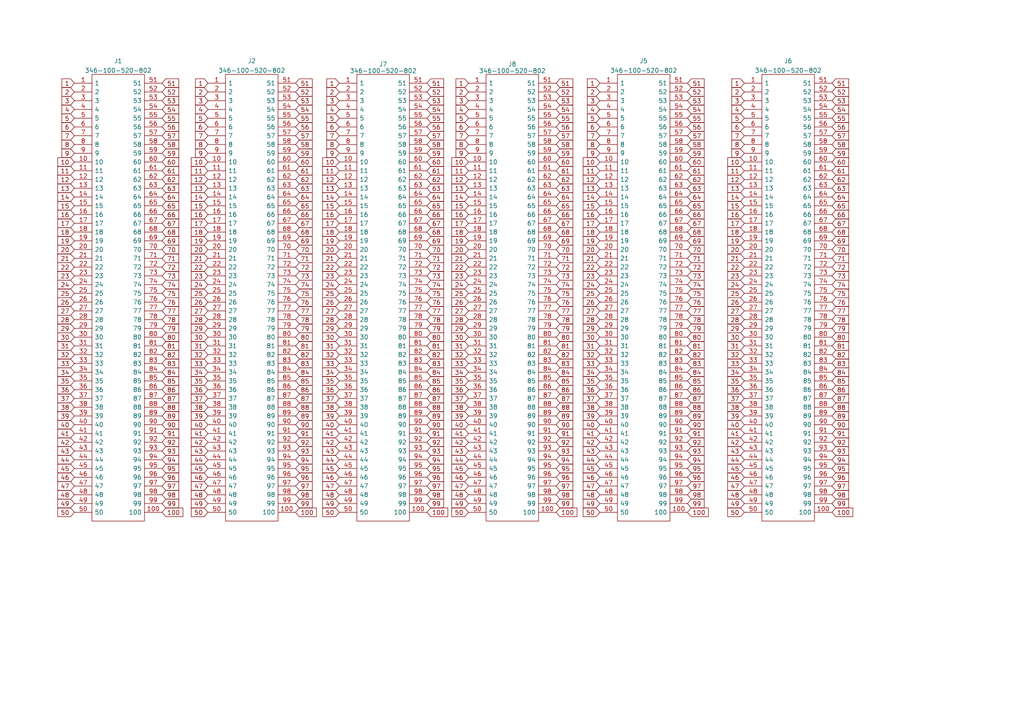
<source format=kicad_sch>
(kicad_sch (version 20230121) (generator eeschema)
  (paper "A4")
  (global_label "93" (shape input) (at 85.725 130.81 0) (property "Intersheetrefs" "${INTERSHEET_REFS}" (effects hide)))
  (global_label "73" (shape input) (at 46.99 80.01 0) (property "Intersheetrefs" "${INTERSHEET_REFS}" (effects hide)))
  (global_label "49" (shape input) (at 21.59 146.05 180) (property "Intersheetrefs" "${INTERSHEET_REFS}" (effects hide)))
  (global_label "40" (shape input) (at 60.325 123.19 180) (property "Intersheetrefs" "${INTERSHEET_REFS}" (effects hide)))
  (global_label "10" (shape input) (at 135.89 46.99 180) (property "Intersheetrefs" "${INTERSHEET_REFS}" (effects hide)))
  (global_label "96" (shape input) (at 85.725 138.43 0) (property "Intersheetrefs" "${INTERSHEET_REFS}" (effects hide)))
  (global_label "94" (shape input) (at 199.39 133.35 0) (property "Intersheetrefs" "${INTERSHEET_REFS}" (effects hide)))
  (global_label "40" (shape input) (at 21.59 123.19 180) (property "Intersheetrefs" "${INTERSHEET_REFS}" (effects hide)))
  (global_label "14" (shape input) (at 173.99 57.15 180) (property "Intersheetrefs" "${INTERSHEET_REFS}" (effects hide)))
  (global_label "68" (shape input) (at 85.725 67.31 0) (property "Intersheetrefs" "${INTERSHEET_REFS}" (effects hide)))
  (global_label "57" (shape input) (at 161.29 39.37 0) (property "Intersheetrefs" "${INTERSHEET_REFS}" (effects hide)))
  (global_label "97" (shape input) (at 46.99 140.97 0) (property "Intersheetrefs" "${INTERSHEET_REFS}" (effects hide)))
  (global_label "100" (shape input) (at 85.725 148.59 0) (property "Intersheetrefs" "${INTERSHEET_REFS}" (effects hide)))
  (global_label "86" (shape input) (at 46.99 113.03 0) (property "Intersheetrefs" "${INTERSHEET_REFS}" (effects hide)))
  (global_label "22" (shape input) (at 135.89 77.47 180) (property "Intersheetrefs" "${INTERSHEET_REFS}" (effects hide)))
  (global_label "36" (shape input) (at 215.9 113.03 180) (property "Intersheetrefs" "${INTERSHEET_REFS}" (effects hide)))
  (global_label "64" (shape input) (at 241.3 57.15 0) (property "Intersheetrefs" "${INTERSHEET_REFS}" (effects hide)))
  (global_label "87" (shape input) (at 241.3 115.57 0) (property "Intersheetrefs" "${INTERSHEET_REFS}" (effects hide)))
  (global_label "85" (shape input) (at 241.3 110.49 0) (property "Intersheetrefs" "${INTERSHEET_REFS}" (effects hide)))
  (global_label "44" (shape input) (at 173.99 133.35 180) (property "Intersheetrefs" "${INTERSHEET_REFS}" (effects hide)))
  (global_label "81" (shape input) (at 46.99 100.33 0) (property "Intersheetrefs" "${INTERSHEET_REFS}" (effects hide)))
  (global_label "22" (shape input) (at 21.59 77.47 180) (property "Intersheetrefs" "${INTERSHEET_REFS}" (effects hide)))
  (global_label "70" (shape input) (at 123.825 72.39 0) (property "Intersheetrefs" "${INTERSHEET_REFS}" (effects hide)))
  (global_label "21" (shape input) (at 98.425 74.93 180) (property "Intersheetrefs" "${INTERSHEET_REFS}" (effects hide)))
  (global_label "92" (shape input) (at 161.29 128.27 0) (property "Intersheetrefs" "${INTERSHEET_REFS}" (effects hide)))
  (global_label "99" (shape input) (at 123.825 146.05 0) (property "Intersheetrefs" "${INTERSHEET_REFS}" (effects hide)))
  (global_label "43" (shape input) (at 21.59 130.81 180) (property "Intersheetrefs" "${INTERSHEET_REFS}" (effects hide)))
  (global_label "77" (shape input) (at 199.39 90.17 0) (property "Intersheetrefs" "${INTERSHEET_REFS}" (effects hide)))
  (global_label "33" (shape input) (at 173.99 105.41 180) (property "Intersheetrefs" "${INTERSHEET_REFS}" (effects hide)))
  (global_label "2" (shape input) (at 98.425 26.67 180) (property "Intersheetrefs" "${INTERSHEET_REFS}" (effects hide)))
  (global_label "82" (shape input) (at 123.825 102.87 0) (property "Intersheetrefs" "${INTERSHEET_REFS}" (effects hide)))
  (global_label "60" (shape input) (at 161.29 46.99 0) (property "Intersheetrefs" "${INTERSHEET_REFS}" (effects hide)))
  (global_label "14" (shape input) (at 60.325 57.15 180) (property "Intersheetrefs" "${INTERSHEET_REFS}" (effects hide)))
  (global_label "38" (shape input) (at 135.89 118.11 180) (property "Intersheetrefs" "${INTERSHEET_REFS}" (effects hide)))
  (global_label "95" (shape input) (at 46.99 135.89 0) (property "Intersheetrefs" "${INTERSHEET_REFS}" (effects hide)))
  (global_label "38" (shape input) (at 215.9 118.11 180) (property "Intersheetrefs" "${INTERSHEET_REFS}" (effects hide)))
  (global_label "81" (shape input) (at 161.29 100.33 0) (property "Intersheetrefs" "${INTERSHEET_REFS}" (effects hide)))
  (global_label "15" (shape input) (at 215.9 59.69 180) (property "Intersheetrefs" "${INTERSHEET_REFS}" (effects hide)))
  (global_label "45" (shape input) (at 98.425 135.89 180) (property "Intersheetrefs" "${INTERSHEET_REFS}" (effects hide)))
  (global_label "80" (shape input) (at 199.39 97.79 0) (property "Intersheetrefs" "${INTERSHEET_REFS}" (effects hide)))
  (global_label "87" (shape input) (at 46.99 115.57 0) (property "Intersheetrefs" "${INTERSHEET_REFS}" (effects hide)))
  (global_label "60" (shape input) (at 85.725 46.99 0) (property "Intersheetrefs" "${INTERSHEET_REFS}" (effects hide)))
  (global_label "52" (shape input) (at 85.725 26.67 0) (property "Intersheetrefs" "${INTERSHEET_REFS}" (effects hide)))
  (global_label "76" (shape input) (at 241.3 87.63 0) (property "Intersheetrefs" "${INTERSHEET_REFS}" (effects hide)))
  (global_label "44" (shape input) (at 135.89 133.35 180) (property "Intersheetrefs" "${INTERSHEET_REFS}" (effects hide)))
  (global_label "84" (shape input) (at 46.99 107.95 0) (property "Intersheetrefs" "${INTERSHEET_REFS}" (effects hide)))
  (global_label "71" (shape input) (at 123.825 74.93 0) (property "Intersheetrefs" "${INTERSHEET_REFS}" (effects hide)))
  (global_label "54" (shape input) (at 85.725 31.75 0) (property "Intersheetrefs" "${INTERSHEET_REFS}" (effects hide)))
  (global_label "47" (shape input) (at 135.89 140.97 180) (property "Intersheetrefs" "${INTERSHEET_REFS}" (effects hide)))
  (global_label "2" (shape input) (at 135.89 26.67 180) (property "Intersheetrefs" "${INTERSHEET_REFS}" (effects hide)))
  (global_label "93" (shape input) (at 46.99 130.81 0) (property "Intersheetrefs" "${INTERSHEET_REFS}" (effects hide)))
  (global_label "5" (shape input) (at 135.89 34.29 180) (property "Intersheetrefs" "${INTERSHEET_REFS}" (effects hide)))
  (global_label "40" (shape input) (at 215.9 123.19 180) (property "Intersheetrefs" "${INTERSHEET_REFS}" (effects hide)))
  (global_label "89" (shape input) (at 85.725 120.65 0) (property "Intersheetrefs" "${INTERSHEET_REFS}" (effects hide)))
  (global_label "86" (shape input) (at 85.725 113.03 0) (property "Intersheetrefs" "${INTERSHEET_REFS}" (effects hide)))
  (global_label "23" (shape input) (at 215.9 80.01 180) (property "Intersheetrefs" "${INTERSHEET_REFS}" (effects hide)))
  (global_label "99" (shape input) (at 241.3 146.05 0) (property "Intersheetrefs" "${INTERSHEET_REFS}" (effects hide)))
  (global_label "98" (shape input) (at 161.29 143.51 0) (property "Intersheetrefs" "${INTERSHEET_REFS}" (effects hide)))
  (global_label "22" (shape input) (at 173.99 77.47 180) (property "Intersheetrefs" "${INTERSHEET_REFS}" (effects hide)))
  (global_label "30" (shape input) (at 60.325 97.79 180) (property "Intersheetrefs" "${INTERSHEET_REFS}" (effects hide)))
  (global_label "29" (shape input) (at 173.99 95.25 180) (property "Intersheetrefs" "${INTERSHEET_REFS}" (effects hide)))
  (global_label "51" (shape input) (at 241.3 24.13 0) (property "Intersheetrefs" "${INTERSHEET_REFS}" (effects hide)))
  (global_label "62" (shape input) (at 241.3 52.07 0) (property "Intersheetrefs" "${INTERSHEET_REFS}" (effects hide)))
  (global_label "81" (shape input) (at 85.725 100.33 0) (property "Intersheetrefs" "${INTERSHEET_REFS}" (effects hide)))
  (global_label "92" (shape input) (at 85.725 128.27 0) (property "Intersheetrefs" "${INTERSHEET_REFS}" (effects hide)))
  (global_label "2" (shape input) (at 21.59 26.67 180) (property "Intersheetrefs" "${INTERSHEET_REFS}" (effects hide)))
  (global_label "42" (shape input) (at 60.325 128.27 180) (property "Intersheetrefs" "${INTERSHEET_REFS}" (effects hide)))
  (global_label "16" (shape input) (at 135.89 62.23 180) (property "Intersheetrefs" "${INTERSHEET_REFS}" (effects hide)))
  (global_label "98" (shape input) (at 46.99 143.51 0) (property "Intersheetrefs" "${INTERSHEET_REFS}" (effects hide)))
  (global_label "47" (shape input) (at 215.9 140.97 180) (property "Intersheetrefs" "${INTERSHEET_REFS}" (effects hide)))
  (global_label "34" (shape input) (at 60.325 107.95 180) (property "Intersheetrefs" "${INTERSHEET_REFS}" (effects hide)))
  (global_label "76" (shape input) (at 85.725 87.63 0) (property "Intersheetrefs" "${INTERSHEET_REFS}" (effects hide)))
  (global_label "17" (shape input) (at 21.59 64.77 180) (property "Intersheetrefs" "${INTERSHEET_REFS}" (effects hide)))
  (global_label "62" (shape input) (at 46.99 52.07 0) (property "Intersheetrefs" "${INTERSHEET_REFS}" (effects hide)))
  (global_label "1" (shape input) (at 215.9 24.13 180) (property "Intersheetrefs" "${INTERSHEET_REFS}" (effects hide)))
  (global_label "6" (shape input) (at 60.325 36.83 180) (property "Intersheetrefs" "${INTERSHEET_REFS}" (effects hide)))
  (global_label "3" (shape input) (at 60.325 29.21 180) (property "Intersheetrefs" "${INTERSHEET_REFS}" (effects hide)))
  (global_label "60" (shape input) (at 241.3 46.99 0) (property "Intersheetrefs" "${INTERSHEET_REFS}" (effects hide)))
  (global_label "61" (shape input) (at 241.3 49.53 0) (property "Intersheetrefs" "${INTERSHEET_REFS}" (effects hide)))
  (global_label "49" (shape input) (at 215.9 146.05 180) (property "Intersheetrefs" "${INTERSHEET_REFS}" (effects hide)))
  (global_label "18" (shape input) (at 98.425 67.31 180) (property "Intersheetrefs" "${INTERSHEET_REFS}" (effects hide)))
  (global_label "90" (shape input) (at 123.825 123.19 0) (property "Intersheetrefs" "${INTERSHEET_REFS}" (effects hide)))
  (global_label "40" (shape input) (at 173.99 123.19 180) (property "Intersheetrefs" "${INTERSHEET_REFS}" (effects hide)))
  (global_label "91" (shape input) (at 46.99 125.73 0) (property "Intersheetrefs" "${INTERSHEET_REFS}" (effects hide)))
  (global_label "46" (shape input) (at 98.425 138.43 180) (property "Intersheetrefs" "${INTERSHEET_REFS}" (effects hide)))
  (global_label "63" (shape input) (at 241.3 54.61 0) (property "Intersheetrefs" "${INTERSHEET_REFS}" (effects hide)))
  (global_label "69" (shape input) (at 241.3 69.85 0) (property "Intersheetrefs" "${INTERSHEET_REFS}" (effects hide)))
  (global_label "37" (shape input) (at 135.89 115.57 180) (property "Intersheetrefs" "${INTERSHEET_REFS}" (effects hide)))
  (global_label "85" (shape input) (at 46.99 110.49 0) (property "Intersheetrefs" "${INTERSHEET_REFS}" (effects hide)))
  (global_label "65" (shape input) (at 199.39 59.69 0) (property "Intersheetrefs" "${INTERSHEET_REFS}" (effects hide)))
  (global_label "64" (shape input) (at 161.29 57.15 0) (property "Intersheetrefs" "${INTERSHEET_REFS}" (effects hide)))
  (global_label "57" (shape input) (at 46.99 39.37 0) (property "Intersheetrefs" "${INTERSHEET_REFS}" (effects hide)))
  (global_label "51" (shape input) (at 199.39 24.13 0) (property "Intersheetrefs" "${INTERSHEET_REFS}" (effects hide)))
  (global_label "80" (shape input) (at 241.3 97.79 0) (property "Intersheetrefs" "${INTERSHEET_REFS}" (effects hide)))
  (global_label "55" (shape input) (at 241.3 34.29 0) (property "Intersheetrefs" "${INTERSHEET_REFS}" (effects hide)))
  (global_label "7" (shape input) (at 135.89 39.37 180) (property "Intersheetrefs" "${INTERSHEET_REFS}" (effects hide)))
  (global_label "33" (shape input) (at 21.59 105.41 180) (property "Intersheetrefs" "${INTERSHEET_REFS}" (effects hide)))
  (global_label "67" (shape input) (at 46.99 64.77 0) (property "Intersheetrefs" "${INTERSHEET_REFS}" (effects hide)))
  (global_label "45" (shape input) (at 173.99 135.89 180) (property "Intersheetrefs" "${INTERSHEET_REFS}" (effects hide)))
  (global_label "50" (shape input) (at 215.9 148.59 180) (property "Intersheetrefs" "${INTERSHEET_REFS}" (effects hide)))
  (global_label "63" (shape input) (at 199.39 54.61 0) (property "Intersheetrefs" "${INTERSHEET_REFS}" (effects hide)))
  (global_label "72" (shape input) (at 85.725 77.47 0) (property "Intersheetrefs" "${INTERSHEET_REFS}" (effects hide)))
  (global_label "54" (shape input) (at 161.29 31.75 0) (property "Intersheetrefs" "${INTERSHEET_REFS}" (effects hide)))
  (global_label "11" (shape input) (at 135.89 49.53 180) (property "Intersheetrefs" "${INTERSHEET_REFS}" (effects hide)))
  (global_label "13" (shape input) (at 98.425 54.61 180) (property "Intersheetrefs" "${INTERSHEET_REFS}" (effects hide)))
  (global_label "58" (shape input) (at 241.3 41.91 0) (property "Intersheetrefs" "${INTERSHEET_REFS}" (effects hide)))
  (global_label "20" (shape input) (at 60.325 72.39 180) (property "Intersheetrefs" "${INTERSHEET_REFS}" (effects hide)))
  (global_label "95" (shape input) (at 123.825 135.89 0) (property "Intersheetrefs" "${INTERSHEET_REFS}" (effects hide)))
  (global_label "25" (shape input) (at 21.59 85.09 180) (property "Intersheetrefs" "${INTERSHEET_REFS}" (effects hide)))
  (global_label "18" (shape input) (at 215.9 67.31 180) (property "Intersheetrefs" "${INTERSHEET_REFS}" (effects hide)))
  (global_label "83" (shape input) (at 241.3 105.41 0) (property "Intersheetrefs" "${INTERSHEET_REFS}" (effects hide)))
  (global_label "66" (shape input) (at 46.99 62.23 0) (property "Intersheetrefs" "${INTERSHEET_REFS}" (effects hide)))
  (global_label "67" (shape input) (at 241.3 64.77 0) (property "Intersheetrefs" "${INTERSHEET_REFS}" (effects hide)))
  (global_label "13" (shape input) (at 21.59 54.61 180) (property "Intersheetrefs" "${INTERSHEET_REFS}" (effects hide)))
  (global_label "41" (shape input) (at 21.59 125.73 180) (property "Intersheetrefs" "${INTERSHEET_REFS}" (effects hide)))
  (global_label "42" (shape input) (at 215.9 128.27 180) (property "Intersheetrefs" "${INTERSHEET_REFS}" (effects hide)))
  (global_label "29" (shape input) (at 215.9 95.25 180) (property "Intersheetrefs" "${INTERSHEET_REFS}" (effects hide)))
  (global_label "96" (shape input) (at 241.3 138.43 0) (property "Intersheetrefs" "${INTERSHEET_REFS}" (effects hide)))
  (global_label "77" (shape input) (at 85.725 90.17 0) (property "Intersheetrefs" "${INTERSHEET_REFS}" (effects hide)))
  (global_label "4" (shape input) (at 215.9 31.75 180) (property "Intersheetrefs" "${INTERSHEET_REFS}" (effects hide)))
  (global_label "88" (shape input) (at 241.3 118.11 0) (property "Intersheetrefs" "${INTERSHEET_REFS}" (effects hide)))
  (global_label "63" (shape input) (at 161.29 54.61 0) (property "Intersheetrefs" "${INTERSHEET_REFS}" (effects hide)))
  (global_label "13" (shape input) (at 215.9 54.61 180) (property "Intersheetrefs" "${INTERSHEET_REFS}" (effects hide)))
  (global_label "1" (shape input) (at 173.99 24.13 180) (property "Intersheetrefs" "${INTERSHEET_REFS}" (effects hide)))
  (global_label "17" (shape input) (at 135.89 64.77 180) (property "Intersheetrefs" "${INTERSHEET_REFS}" (effects hide)))
  (global_label "66" (shape input) (at 85.725 62.23 0) (property "Intersheetrefs" "${INTERSHEET_REFS}" (effects hide)))
  (global_label "68" (shape input) (at 199.39 67.31 0) (property "Intersheetrefs" "${INTERSHEET_REFS}" (effects hide)))
  (global_label "69" (shape input) (at 199.39 69.85 0) (property "Intersheetrefs" "${INTERSHEET_REFS}" (effects hide)))
  (global_label "44" (shape input) (at 215.9 133.35 180) (property "Intersheetrefs" "${INTERSHEET_REFS}" (effects hide)))
  (global_label "28" (shape input) (at 135.89 92.71 180) (property "Intersheetrefs" "${INTERSHEET_REFS}" (effects hide)))
  (global_label "29" (shape input) (at 60.325 95.25 180) (property "Intersheetrefs" "${INTERSHEET_REFS}" (effects hide)))
  (global_label "25" (shape input) (at 215.9 85.09 180) (property "Intersheetrefs" "${INTERSHEET_REFS}" (effects hide)))
  (global_label "90" (shape input) (at 46.99 123.19 0) (property "Intersheetrefs" "${INTERSHEET_REFS}" (effects hide)))
  (global_label "38" (shape input) (at 98.425 118.11 180) (property "Intersheetrefs" "${INTERSHEET_REFS}" (effects hide)))
  (global_label "31" (shape input) (at 173.99 100.33 180) (property "Intersheetrefs" "${INTERSHEET_REFS}" (effects hide)))
  (global_label "89" (shape input) (at 123.825 120.65 0) (property "Intersheetrefs" "${INTERSHEET_REFS}" (effects hide)))
  (global_label "31" (shape input) (at 21.59 100.33 180) (property "Intersheetrefs" "${INTERSHEET_REFS}" (effects hide)))
  (global_label "51" (shape input) (at 85.725 24.13 0) (property "Intersheetrefs" "${INTERSHEET_REFS}" (effects hide)))
  (global_label "36" (shape input) (at 98.425 113.03 180) (property "Intersheetrefs" "${INTERSHEET_REFS}" (effects hide)))
  (global_label "64" (shape input) (at 85.725 57.15 0) (property "Intersheetrefs" "${INTERSHEET_REFS}" (effects hide)))
  (global_label "74" (shape input) (at 241.3 82.55 0) (property "Intersheetrefs" "${INTERSHEET_REFS}" (effects hide)))
  (global_label "15" (shape input) (at 60.325 59.69 180) (property "Intersheetrefs" "${INTERSHEET_REFS}" (effects hide)))
  (global_label "99" (shape input) (at 85.725 146.05 0) (property "Intersheetrefs" "${INTERSHEET_REFS}" (effects hide)))
  (global_label "31" (shape input) (at 60.325 100.33 180) (property "Intersheetrefs" "${INTERSHEET_REFS}" (effects hide)))
  (global_label "90" (shape input) (at 161.29 123.19 0) (property "Intersheetrefs" "${INTERSHEET_REFS}" (effects hide)))
  (global_label "61" (shape input) (at 161.29 49.53 0) (property "Intersheetrefs" "${INTERSHEET_REFS}" (effects hide)))
  (global_label "9" (shape input) (at 21.59 44.45 180) (property "Intersheetrefs" "${INTERSHEET_REFS}" (effects hide)))
  (global_label "92" (shape input) (at 199.39 128.27 0) (property "Intersheetrefs" "${INTERSHEET_REFS}" (effects hide)))
  (global_label "43" (shape input) (at 135.89 130.81 180) (property "Intersheetrefs" "${INTERSHEET_REFS}" (effects hide)))
  (global_label "89" (shape input) (at 241.3 120.65 0) (property "Intersheetrefs" "${INTERSHEET_REFS}" (effects hide)))
  (global_label "9" (shape input) (at 173.99 44.45 180) (property "Intersheetrefs" "${INTERSHEET_REFS}" (effects hide)))
  (global_label "6" (shape input) (at 215.9 36.83 180) (property "Intersheetrefs" "${INTERSHEET_REFS}" (effects hide)))
  (global_label "80" (shape input) (at 161.29 97.79 0) (property "Intersheetrefs" "${INTERSHEET_REFS}" (effects hide)))
  (global_label "37" (shape input) (at 215.9 115.57 180) (property "Intersheetrefs" "${INTERSHEET_REFS}" (effects hide)))
  (global_label "94" (shape input) (at 241.3 133.35 0) (property "Intersheetrefs" "${INTERSHEET_REFS}" (effects hide)))
  (global_label "83" (shape input) (at 199.39 105.41 0) (property "Intersheetrefs" "${INTERSHEET_REFS}" (effects hide)))
  (global_label "12" (shape input) (at 60.325 52.07 180) (property "Intersheetrefs" "${INTERSHEET_REFS}" (effects hide)))
  (global_label "13" (shape input) (at 135.89 54.61 180) (property "Intersheetrefs" "${INTERSHEET_REFS}" (effects hide)))
  (global_label "10" (shape input) (at 173.99 46.99 180) (property "Intersheetrefs" "${INTERSHEET_REFS}" (effects hide)))
  (global_label "75" (shape input) (at 85.725 85.09 0) (property "Intersheetrefs" "${INTERSHEET_REFS}" (effects hide)))
  (global_label "32" (shape input) (at 98.425 102.87 180) (property "Intersheetrefs" "${INTERSHEET_REFS}" (effects hide)))
  (global_label "42" (shape input) (at 135.89 128.27 180) (property "Intersheetrefs" "${INTERSHEET_REFS}" (effects hide)))
  (global_label "82" (shape input) (at 241.3 102.87 0) (property "Intersheetrefs" "${INTERSHEET_REFS}" (effects hide)))
  (global_label "82" (shape input) (at 199.39 102.87 0) (property "Intersheetrefs" "${INTERSHEET_REFS}" (effects hide)))
  (global_label "65" (shape input) (at 85.725 59.69 0) (property "Intersheetrefs" "${INTERSHEET_REFS}" (effects hide)))
  (global_label "55" (shape input) (at 161.29 34.29 0) (property "Intersheetrefs" "${INTERSHEET_REFS}" (effects hide)))
  (global_label "78" (shape input) (at 85.725 92.71 0) (property "Intersheetrefs" "${INTERSHEET_REFS}" (effects hide)))
  (global_label "10" (shape input) (at 98.425 46.99 180) (property "Intersheetrefs" "${INTERSHEET_REFS}" (effects hide)))
  (global_label "91" (shape input) (at 85.725 125.73 0) (property "Intersheetrefs" "${INTERSHEET_REFS}" (effects hide)))
  (global_label "55" (shape input) (at 199.39 34.29 0) (property "Intersheetrefs" "${INTERSHEET_REFS}" (effects hide)))
  (global_label "16" (shape input) (at 173.99 62.23 180) (property "Intersheetrefs" "${INTERSHEET_REFS}" (effects hide)))
  (global_label "71" (shape input) (at 241.3 74.93 0) (property "Intersheetrefs" "${INTERSHEET_REFS}" (effects hide)))
  (global_label "82" (shape input) (at 161.29 102.87 0) (property "Intersheetrefs" "${INTERSHEET_REFS}" (effects hide)))
  (global_label "18" (shape input) (at 135.89 67.31 180) (property "Intersheetrefs" "${INTERSHEET_REFS}" (effects hide)))
  (global_label "20" (shape input) (at 135.89 72.39 180) (property "Intersheetrefs" "${INTERSHEET_REFS}" (effects hide)))
  (global_label "30" (shape input) (at 135.89 97.79 180) (property "Intersheetrefs" "${INTERSHEET_REFS}" (effects hide)))
  (global_label "22" (shape input) (at 98.425 77.47 180) (property "Intersheetrefs" "${INTERSHEET_REFS}" (effects hide)))
  (global_label "47" (shape input) (at 98.425 140.97 180) (property "Intersheetrefs" "${INTERSHEET_REFS}" (effects hide)))
  (global_label "100" (shape input) (at 123.825 148.59 0) (property "Intersheetrefs" "${INTERSHEET_REFS}" (effects hide)))
  (global_label "68" (shape input) (at 46.99 67.31 0) (property "Intersheetrefs" "${INTERSHEET_REFS}" (effects hide)))
  (global_label "92" (shape input) (at 123.825 128.27 0) (property "Intersheetrefs" "${INTERSHEET_REFS}" (effects hide)))
  (global_label "70" (shape input) (at 46.99 72.39 0) (property "Intersheetrefs" "${INTERSHEET_REFS}" (effects hide)))
  (global_label "95" (shape input) (at 85.725 135.89 0) (property "Intersheetrefs" "${INTERSHEET_REFS}" (effects hide)))
  (global_label "7" (shape input) (at 98.425 39.37 180) (property "Intersheetrefs" "${INTERSHEET_REFS}" (effects hide)))
  (global_label "61" (shape input) (at 199.39 49.53 0) (property "Intersheetrefs" "${INTERSHEET_REFS}" (effects hide)))
  (global_label "16" (shape input) (at 215.9 62.23 180) (property "Intersheetrefs" "${INTERSHEET_REFS}" (effects hide)))
  (global_label "30" (shape input) (at 215.9 97.79 180) (property "Intersheetrefs" "${INTERSHEET_REFS}" (effects hide)))
  (global_label "34" (shape input) (at 173.99 107.95 180) (property "Intersheetrefs" "${INTERSHEET_REFS}" (effects hide)))
  (global_label "82" (shape input) (at 46.99 102.87 0) (property "Intersheetrefs" "${INTERSHEET_REFS}" (effects hide)))
  (global_label "7" (shape input) (at 21.59 39.37 180) (property "Intersheetrefs" "${INTERSHEET_REFS}" (effects hide)))
  (global_label "84" (shape input) (at 241.3 107.95 0) (property "Intersheetrefs" "${INTERSHEET_REFS}" (effects hide)))
  (global_label "44" (shape input) (at 21.59 133.35 180) (property "Intersheetrefs" "${INTERSHEET_REFS}" (effects hide)))
  (global_label "56" (shape input) (at 85.725 36.83 0) (property "Intersheetrefs" "${INTERSHEET_REFS}" (effects hide)))
  (global_label "74" (shape input) (at 199.39 82.55 0) (property "Intersheetrefs" "${INTERSHEET_REFS}" (effects hide)))
  (global_label "59" (shape input) (at 241.3 44.45 0) (property "Intersheetrefs" "${INTERSHEET_REFS}" (effects hide)))
  (global_label "81" (shape input) (at 241.3 100.33 0) (property "Intersheetrefs" "${INTERSHEET_REFS}" (effects hide)))
  (global_label "8" (shape input) (at 135.89 41.91 180) (property "Intersheetrefs" "${INTERSHEET_REFS}" (effects hide)))
  (global_label "66" (shape input) (at 199.39 62.23 0) (property "Intersheetrefs" "${INTERSHEET_REFS}" (effects hide)))
  (global_label "59" (shape input) (at 161.29 44.45 0) (property "Intersheetrefs" "${INTERSHEET_REFS}" (effects hide)))
  (global_label "86" (shape input) (at 161.29 113.03 0) (property "Intersheetrefs" "${INTERSHEET_REFS}" (effects hide)))
  (global_label "87" (shape input) (at 161.29 115.57 0) (property "Intersheetrefs" "${INTERSHEET_REFS}" (effects hide)))
  (global_label "73" (shape input) (at 123.825 80.01 0) (property "Intersheetrefs" "${INTERSHEET_REFS}" (effects hide)))
  (global_label "33" (shape input) (at 215.9 105.41 180) (property "Intersheetrefs" "${INTERSHEET_REFS}" (effects hide)))
  (global_label "50" (shape input) (at 173.99 148.59 180) (property "Intersheetrefs" "${INTERSHEET_REFS}" (effects hide)))
  (global_label "24" (shape input) (at 173.99 82.55 180) (property "Intersheetrefs" "${INTERSHEET_REFS}" (effects hide)))
  (global_label "14" (shape input) (at 98.425 57.15 180) (property "Intersheetrefs" "${INTERSHEET_REFS}" (effects hide)))
  (global_label "17" (shape input) (at 173.99 64.77 180) (property "Intersheetrefs" "${INTERSHEET_REFS}" (effects hide)))
  (global_label "18" (shape input) (at 60.325 67.31 180) (property "Intersheetrefs" "${INTERSHEET_REFS}" (effects hide)))
  (global_label "25" (shape input) (at 135.89 85.09 180) (property "Intersheetrefs" "${INTERSHEET_REFS}" (effects hide)))
  (global_label "94" (shape input) (at 161.29 133.35 0) (property "Intersheetrefs" "${INTERSHEET_REFS}" (effects hide)))
  (global_label "88" (shape input) (at 199.39 118.11 0) (property "Intersheetrefs" "${INTERSHEET_REFS}" (effects hide)))
  (global_label "58" (shape input) (at 161.29 41.91 0) (property "Intersheetrefs" "${INTERSHEET_REFS}" (effects hide)))
  (global_label "97" (shape input) (at 123.825 140.97 0) (property "Intersheetrefs" "${INTERSHEET_REFS}" (effects hide)))
  (global_label "24" (shape input) (at 60.325 82.55 180) (property "Intersheetrefs" "${INTERSHEET_REFS}" (effects hide)))
  (global_label "27" (shape input) (at 60.325 90.17 180) (property "Intersheetrefs" "${INTERSHEET_REFS}" (effects hide)))
  (global_label "23" (shape input) (at 135.89 80.01 180) (property "Intersheetrefs" "${INTERSHEET_REFS}" (effects hide)))
  (global_label "2" (shape input) (at 215.9 26.67 180) (property "Intersheetrefs" "${INTERSHEET_REFS}" (effects hide)))
  (global_label "74" (shape input) (at 85.725 82.55 0) (property "Intersheetrefs" "${INTERSHEET_REFS}" (effects hide)))
  (global_label "67" (shape input) (at 199.39 64.77 0) (property "Intersheetrefs" "${INTERSHEET_REFS}" (effects hide)))
  (global_label "14" (shape input) (at 215.9 57.15 180) (property "Intersheetrefs" "${INTERSHEET_REFS}" (effects hide)))
  (global_label "81" (shape input) (at 123.825 100.33 0) (property "Intersheetrefs" "${INTERSHEET_REFS}" (effects hide)))
  (global_label "26" (shape input) (at 173.99 87.63 180) (property "Intersheetrefs" "${INTERSHEET_REFS}" (effects hide)))
  (global_label "79" (shape input) (at 123.825 95.25 0) (property "Intersheetrefs" "${INTERSHEET_REFS}" (effects hide)))
  (global_label "4" (shape input) (at 21.59 31.75 180) (property "Intersheetrefs" "${INTERSHEET_REFS}" (effects hide)))
  (global_label "36" (shape input) (at 21.59 113.03 180) (property "Intersheetrefs" "${INTERSHEET_REFS}" (effects hide)))
  (global_label "4" (shape input) (at 173.99 31.75 180) (property "Intersheetrefs" "${INTERSHEET_REFS}" (effects hide)))
  (global_label "46" (shape input) (at 215.9 138.43 180) (property "Intersheetrefs" "${INTERSHEET_REFS}" (effects hide)))
  (global_label "39" (shape input) (at 21.59 120.65 180) (property "Intersheetrefs" "${INTERSHEET_REFS}" (effects hide)))
  (global_label "15" (shape input) (at 98.425 59.69 180) (property "Intersheetrefs" "${INTERSHEET_REFS}" (effects hide)))
  (global_label "42" (shape input) (at 173.99 128.27 180) (property "Intersheetrefs" "${INTERSHEET_REFS}" (effects hide)))
  (global_label "63" (shape input) (at 123.825 54.61 0) (property "Intersheetrefs" "${INTERSHEET_REFS}" (effects hide)))
  (global_label "74" (shape input) (at 161.29 82.55 0) (property "Intersheetrefs" "${INTERSHEET_REFS}" (effects hide)))
  (global_label "30" (shape input) (at 21.59 97.79 180) (property "Intersheetrefs" "${INTERSHEET_REFS}" (effects hide)))
  (global_label "32" (shape input) (at 21.59 102.87 180) (property "Intersheetrefs" "${INTERSHEET_REFS}" (effects hide)))
  (global_label "75" (shape input) (at 199.39 85.09 0) (property "Intersheetrefs" "${INTERSHEET_REFS}" (effects hide)))
  (global_label "95" (shape input) (at 199.39 135.89 0) (property "Intersheetrefs" "${INTERSHEET_REFS}" (effects hide)))
  (global_label "60" (shape input) (at 46.99 46.99 0) (property "Intersheetrefs" "${INTERSHEET_REFS}" (effects hide)))
  (global_label "55" (shape input) (at 123.825 34.29 0) (property "Intersheetrefs" "${INTERSHEET_REFS}" (effects hide)))
  (global_label "9" (shape input) (at 98.425 44.45 180) (property "Intersheetrefs" "${INTERSHEET_REFS}" (effects hide)))
  (global_label "97" (shape input) (at 85.725 140.97 0) (property "Intersheetrefs" "${INTERSHEET_REFS}" (effects hide)))
  (global_label "40" (shape input) (at 135.89 123.19 180) (property "Intersheetrefs" "${INTERSHEET_REFS}" (effects hide)))
  (global_label "35" (shape input) (at 60.325 110.49 180) (property "Intersheetrefs" "${INTERSHEET_REFS}" (effects hide)))
  (global_label "37" (shape input) (at 21.59 115.57 180) (property "Intersheetrefs" "${INTERSHEET_REFS}" (effects hide)))
  (global_label "72" (shape input) (at 241.3 77.47 0) (property "Intersheetrefs" "${INTERSHEET_REFS}" (effects hide)))
  (global_label "78" (shape input) (at 123.825 92.71 0) (property "Intersheetrefs" "${INTERSHEET_REFS}" (effects hide)))
  (global_label "49" (shape input) (at 60.325 146.05 180) (property "Intersheetrefs" "${INTERSHEET_REFS}" (effects hide)))
  (global_label "48" (shape input) (at 135.89 143.51 180) (property "Intersheetrefs" "${INTERSHEET_REFS}" (effects hide)))
  (global_label "36" (shape input) (at 173.99 113.03 180) (property "Intersheetrefs" "${INTERSHEET_REFS}" (effects hide)))
  (global_label "2" (shape input) (at 60.325 26.67 180) (property "Intersheetrefs" "${INTERSHEET_REFS}" (effects hide)))
  (global_label "16" (shape input) (at 21.59 62.23 180) (property "Intersheetrefs" "${INTERSHEET_REFS}" (effects hide)))
  (global_label "82" (shape input) (at 85.725 102.87 0) (property "Intersheetrefs" "${INTERSHEET_REFS}" (effects hide)))
  (global_label "69" (shape input) (at 46.99 69.85 0) (property "Intersheetrefs" "${INTERSHEET_REFS}" (effects hide)))
  (global_label "62" (shape input) (at 123.825 52.07 0) (property "Intersheetrefs" "${INTERSHEET_REFS}" (effects hide)))
  (global_label "94" (shape input) (at 46.99 133.35 0) (property "Intersheetrefs" "${INTERSHEET_REFS}" (effects hide)))
  (global_label "33" (shape input) (at 60.325 105.41 180) (property "Intersheetrefs" "${INTERSHEET_REFS}" (effects hide)))
  (global_label "77" (shape input) (at 241.3 90.17 0) (property "Intersheetrefs" "${INTERSHEET_REFS}" (effects hide)))
  (global_label "58" (shape input) (at 123.825 41.91 0) (property "Intersheetrefs" "${INTERSHEET_REFS}" (effects hide)))
  (global_label "20" (shape input) (at 98.425 72.39 180) (property "Intersheetrefs" "${INTERSHEET_REFS}" (effects hide)))
  (global_label "4" (shape input) (at 98.425 31.75 180) (property "Intersheetrefs" "${INTERSHEET_REFS}" (effects hide)))
  (global_label "58" (shape input) (at 199.39 41.91 0) (property "Intersheetrefs" "${INTERSHEET_REFS}" (effects hide)))
  (global_label "22" (shape input) (at 215.9 77.47 180) (property "Intersheetrefs" "${INTERSHEET_REFS}" (effects hide)))
  (global_label "61" (shape input) (at 85.725 49.53 0) (property "Intersheetrefs" "${INTERSHEET_REFS}" (effects hide)))
  (global_label "46" (shape input) (at 60.325 138.43 180) (property "Intersheetrefs" "${INTERSHEET_REFS}" (effects hide)))
  (global_label "38" (shape input) (at 60.325 118.11 180) (property "Intersheetrefs" "${INTERSHEET_REFS}" (effects hide)))
  (global_label "45" (shape input) (at 60.325 135.89 180) (property "Intersheetrefs" "${INTERSHEET_REFS}" (effects hide)))
  (global_label "79" (shape input) (at 199.39 95.25 0) (property "Intersheetrefs" "${INTERSHEET_REFS}" (effects hide)))
  (global_label "36" (shape input) (at 135.89 113.03 180) (property "Intersheetrefs" "${INTERSHEET_REFS}" (effects hide)))
  (global_label "79" (shape input) (at 46.99 95.25 0) (property "Intersheetrefs" "${INTERSHEET_REFS}" (effects hide)))
  (global_label "100" (shape input) (at 241.3 148.59 0) (property "Intersheetrefs" "${INTERSHEET_REFS}" (effects hide)))
  (global_label "8" (shape input) (at 21.59 41.91 180) (property "Intersheetrefs" "${INTERSHEET_REFS}" (effects hide)))
  (global_label "87" (shape input) (at 123.825 115.57 0) (property "Intersheetrefs" "${INTERSHEET_REFS}" (effects hide)))
  (global_label "50" (shape input) (at 21.59 148.59 180) (property "Intersheetrefs" "${INTERSHEET_REFS}" (effects hide)))
  (global_label "84" (shape input) (at 161.29 107.95 0) (property "Intersheetrefs" "${INTERSHEET_REFS}" (effects hide)))
  (global_label "20" (shape input) (at 173.99 72.39 180) (property "Intersheetrefs" "${INTERSHEET_REFS}" (effects hide)))
  (global_label "43" (shape input) (at 60.325 130.81 180) (property "Intersheetrefs" "${INTERSHEET_REFS}" (effects hide)))
  (global_label "76" (shape input) (at 46.99 87.63 0) (property "Intersheetrefs" "${INTERSHEET_REFS}" (effects hide)))
  (global_label "12" (shape input) (at 21.59 52.07 180) (property "Intersheetrefs" "${INTERSHEET_REFS}" (effects hide)))
  (global_label "63" (shape input) (at 85.725 54.61 0) (property "Intersheetrefs" "${INTERSHEET_REFS}" (effects hide)))
  (global_label "28" (shape input) (at 60.325 92.71 180) (property "Intersheetrefs" "${INTERSHEET_REFS}" (effects hide)))
  (global_label "29" (shape input) (at 135.89 95.25 180) (property "Intersheetrefs" "${INTERSHEET_REFS}" (effects hide)))
  (global_label "29" (shape input) (at 98.425 95.25 180) (property "Intersheetrefs" "${INTERSHEET_REFS}" (effects hide)))
  (global_label "8" (shape input) (at 98.425 41.91 180) (property "Intersheetrefs" "${INTERSHEET_REFS}" (effects hide)))
  (global_label "86" (shape input) (at 199.39 113.03 0) (property "Intersheetrefs" "${INTERSHEET_REFS}" (effects hide)))
  (global_label "70" (shape input) (at 199.39 72.39 0) (property "Intersheetrefs" "${INTERSHEET_REFS}" (effects hide)))
  (global_label "24" (shape input) (at 215.9 82.55 180) (property "Intersheetrefs" "${INTERSHEET_REFS}" (effects hide)))
  (global_label "89" (shape input) (at 161.29 120.65 0) (property "Intersheetrefs" "${INTERSHEET_REFS}" (effects hide)))
  (global_label "11" (shape input) (at 98.425 49.53 180) (property "Intersheetrefs" "${INTERSHEET_REFS}" (effects hide)))
  (global_label "10" (shape input) (at 21.59 46.99 180) (property "Intersheetrefs" "${INTERSHEET_REFS}" (effects hide)))
  (global_label "8" (shape input) (at 60.325 41.91 180) (property "Intersheetrefs" "${INTERSHEET_REFS}" (effects hide)))
  (global_label "14" (shape input) (at 21.59 57.15 180) (property "Intersheetrefs" "${INTERSHEET_REFS}" (effects hide)))
  (global_label "12" (shape input) (at 98.425 52.07 180) (property "Intersheetrefs" "${INTERSHEET_REFS}" (effects hide)))
  (global_label "2" (shape input) (at 173.99 26.67 180) (property "Intersheetrefs" "${INTERSHEET_REFS}" (effects hide)))
  (global_label "49" (shape input) (at 135.89 146.05 180) (property "Intersheetrefs" "${INTERSHEET_REFS}" (effects hide)))
  (global_label "84" (shape input) (at 85.725 107.95 0) (property "Intersheetrefs" "${INTERSHEET_REFS}" (effects hide)))
  (global_label "76" (shape input) (at 161.29 87.63 0) (property "Intersheetrefs" "${INTERSHEET_REFS}" (effects hide)))
  (global_label "9" (shape input) (at 135.89 44.45 180) (property "Intersheetrefs" "${INTERSHEET_REFS}" (effects hide)))
  (global_label "11" (shape input) (at 173.99 49.53 180) (property "Intersheetrefs" "${INTERSHEET_REFS}" (effects hide)))
  (global_label "59" (shape input) (at 199.39 44.45 0) (property "Intersheetrefs" "${INTERSHEET_REFS}" (effects hide)))
  (global_label "16" (shape input) (at 98.425 62.23 180) (property "Intersheetrefs" "${INTERSHEET_REFS}" (effects hide)))
  (global_label "1" (shape input) (at 21.59 24.13 180) (property "Intersheetrefs" "${INTERSHEET_REFS}" (effects hide)))
  (global_label "94" (shape input) (at 85.725 133.35 0) (property "Intersheetrefs" "${INTERSHEET_REFS}" (effects hide)))
  (global_label "65" (shape input) (at 123.825 59.69 0) (property "Intersheetrefs" "${INTERSHEET_REFS}" (effects hide)))
  (global_label "43" (shape input) (at 215.9 130.81 180) (property "Intersheetrefs" "${INTERSHEET_REFS}" (effects hide)))
  (global_label "73" (shape input) (at 161.29 80.01 0) (property "Intersheetrefs" "${INTERSHEET_REFS}" (effects hide)))
  (global_label "69" (shape input) (at 85.725 69.85 0) (property "Intersheetrefs" "${INTERSHEET_REFS}" (effects hide)))
  (global_label "46" (shape input) (at 135.89 138.43 180) (property "Intersheetrefs" "${INTERSHEET_REFS}" (effects hide)))
  (global_label "83" (shape input) (at 123.825 105.41 0) (property "Intersheetrefs" "${INTERSHEET_REFS}" (effects hide)))
  (global_label "69" (shape input) (at 123.825 69.85 0) (property "Intersheetrefs" "${INTERSHEET_REFS}" (effects hide)))
  (global_label "51" (shape input) (at 123.825 24.13 0) (property "Intersheetrefs" "${INTERSHEET_REFS}" (effects hide)))
  (global_label "41" (shape input) (at 98.425 125.73 180) (property "Intersheetrefs" "${INTERSHEET_REFS}" (effects hide)))
  (global_label "43" (shape input) (at 98.425 130.81 180) (property "Intersheetrefs" "${INTERSHEET_REFS}" (effects hide)))
  (global_label "60" (shape input) (at 123.825 46.99 0) (property "Intersheetrefs" "${INTERSHEET_REFS}" (effects hide)))
  (global_label "84" (shape input) (at 123.825 107.95 0) (property "Intersheetrefs" "${INTERSHEET_REFS}" (effects hide)))
  (global_label "47" (shape input) (at 21.59 140.97 180) (property "Intersheetrefs" "${INTERSHEET_REFS}" (effects hide)))
  (global_label "62" (shape input) (at 199.39 52.07 0) (property "Intersheetrefs" "${INTERSHEET_REFS}" (effects hide)))
  (global_label "100" (shape input) (at 46.99 148.59 0) (property "Intersheetrefs" "${INTERSHEET_REFS}" (effects hide)))
  (global_label "12" (shape input) (at 215.9 52.07 180) (property "Intersheetrefs" "${INTERSHEET_REFS}" (effects hide)))
  (global_label "87" (shape input) (at 85.725 115.57 0) (property "Intersheetrefs" "${INTERSHEET_REFS}" (effects hide)))
  (global_label "13" (shape input) (at 60.325 54.61 180) (property "Intersheetrefs" "${INTERSHEET_REFS}" (effects hide)))
  (global_label "12" (shape input) (at 135.89 52.07 180) (property "Intersheetrefs" "${INTERSHEET_REFS}" (effects hide)))
  (global_label "85" (shape input) (at 161.29 110.49 0) (property "Intersheetrefs" "${INTERSHEET_REFS}" (effects hide)))
  (global_label "44" (shape input) (at 60.325 133.35 180) (property "Intersheetrefs" "${INTERSHEET_REFS}" (effects hide)))
  (global_label "71" (shape input) (at 46.99 74.93 0) (property "Intersheetrefs" "${INTERSHEET_REFS}" (effects hide)))
  (global_label "68" (shape input) (at 241.3 67.31 0) (property "Intersheetrefs" "${INTERSHEET_REFS}" (effects hide)))
  (global_label "35" (shape input) (at 98.425 110.49 180) (property "Intersheetrefs" "${INTERSHEET_REFS}" (effects hide)))
  (global_label "60" (shape input) (at 199.39 46.99 0) (property "Intersheetrefs" "${INTERSHEET_REFS}" (effects hide)))
  (global_label "21" (shape input) (at 173.99 74.93 180) (property "Intersheetrefs" "${INTERSHEET_REFS}" (effects hide)))
  (global_label "13" (shape input) (at 173.99 54.61 180) (property "Intersheetrefs" "${INTERSHEET_REFS}" (effects hide)))
  (global_label "53" (shape input) (at 161.29 29.21 0) (property "Intersheetrefs" "${INTERSHEET_REFS}" (effects hide)))
  (global_label "11" (shape input) (at 21.59 49.53 180) (property "Intersheetrefs" "${INTERSHEET_REFS}" (effects hide)))
  (global_label "11" (shape input) (at 60.325 49.53 180) (property "Intersheetrefs" "${INTERSHEET_REFS}" (effects hide)))
  (global_label "28" (shape input) (at 173.99 92.71 180) (property "Intersheetrefs" "${INTERSHEET_REFS}" (effects hide)))
  (global_label "3" (shape input) (at 135.89 29.21 180) (property "Intersheetrefs" "${INTERSHEET_REFS}" (effects hide)))
  (global_label "74" (shape input) (at 46.99 82.55 0) (property "Intersheetrefs" "${INTERSHEET_REFS}" (effects hide)))
  (global_label "26" (shape input) (at 60.325 87.63 180) (property "Intersheetrefs" "${INTERSHEET_REFS}" (effects hide)))
  (global_label "49" (shape input) (at 173.99 146.05 180) (property "Intersheetrefs" "${INTERSHEET_REFS}" (effects hide)))
  (global_label "3" (shape input) (at 173.99 29.21 180) (property "Intersheetrefs" "${INTERSHEET_REFS}" (effects hide)))
  (global_label "81" (shape input) (at 199.39 100.33 0) (property "Intersheetrefs" "${INTERSHEET_REFS}" (effects hide)))
  (global_label "78" (shape input) (at 241.3 92.71 0) (property "Intersheetrefs" "${INTERSHEET_REFS}" (effects hide)))
  (global_label "77" (shape input) (at 161.29 90.17 0) (property "Intersheetrefs" "${INTERSHEET_REFS}" (effects hide)))
  (global_label "23" (shape input) (at 60.325 80.01 180) (property "Intersheetrefs" "${INTERSHEET_REFS}" (effects hide)))
  (global_label "71" (shape input) (at 161.29 74.93 0) (property "Intersheetrefs" "${INTERSHEET_REFS}" (effects hide)))
  (global_label "11" (shape input) (at 215.9 49.53 180) (property "Intersheetrefs" "${INTERSHEET_REFS}" (effects hide)))
  (global_label "54" (shape input) (at 123.825 31.75 0) (property "Intersheetrefs" "${INTERSHEET_REFS}" (effects hide)))
  (global_label "66" (shape input) (at 241.3 62.23 0) (property "Intersheetrefs" "${INTERSHEET_REFS}" (effects hide)))
  (global_label "79" (shape input) (at 161.29 95.25 0) (property "Intersheetrefs" "${INTERSHEET_REFS}" (effects hide)))
  (global_label "35" (shape input) (at 215.9 110.49 180) (property "Intersheetrefs" "${INTERSHEET_REFS}" (effects hide)))
  (global_label "55" (shape input) (at 85.725 34.29 0) (property "Intersheetrefs" "${INTERSHEET_REFS}" (effects hide)))
  (global_label "50" (shape input) (at 60.325 148.59 180) (property "Intersheetrefs" "${INTERSHEET_REFS}" (effects hide)))
  (global_label "57" (shape input) (at 85.725 39.37 0) (property "Intersheetrefs" "${INTERSHEET_REFS}" (effects hide)))
  (global_label "9" (shape input) (at 60.325 44.45 180) (property "Intersheetrefs" "${INTERSHEET_REFS}" (effects hide)))
  (global_label "76" (shape input) (at 123.825 87.63 0) (property "Intersheetrefs" "${INTERSHEET_REFS}" (effects hide)))
  (global_label "8" (shape input) (at 173.99 41.91 180) (property "Intersheetrefs" "${INTERSHEET_REFS}" (effects hide)))
  (global_label "3" (shape input) (at 215.9 29.21 180) (property "Intersheetrefs" "${INTERSHEET_REFS}" (effects hide)))
  (global_label "62" (shape input) (at 161.29 52.07 0) (property "Intersheetrefs" "${INTERSHEET_REFS}" (effects hide)))
  (global_label "39" (shape input) (at 98.425 120.65 180) (property "Intersheetrefs" "${INTERSHEET_REFS}" (effects hide)))
  (global_label "100" (shape input) (at 199.39 148.59 0) (property "Intersheetrefs" "${INTERSHEET_REFS}" (effects hide)))
  (global_label "34" (shape input) (at 135.89 107.95 180) (property "Intersheetrefs" "${INTERSHEET_REFS}" (effects hide)))
  (global_label "83" (shape input) (at 161.29 105.41 0) (property "Intersheetrefs" "${INTERSHEET_REFS}" (effects hide)))
  (global_label "42" (shape input) (at 21.59 128.27 180) (property "Intersheetrefs" "${INTERSHEET_REFS}" (effects hide)))
  (global_label "31" (shape input) (at 98.425 100.33 180) (property "Intersheetrefs" "${INTERSHEET_REFS}" (effects hide)))
  (global_label "23" (shape input) (at 21.59 80.01 180) (property "Intersheetrefs" "${INTERSHEET_REFS}" (effects hide)))
  (global_label "6" (shape input) (at 173.99 36.83 180) (property "Intersheetrefs" "${INTERSHEET_REFS}" (effects hide)))
  (global_label "54" (shape input) (at 241.3 31.75 0) (property "Intersheetrefs" "${INTERSHEET_REFS}" (effects hide)))
  (global_label "1" (shape input) (at 135.89 24.13 180) (property "Intersheetrefs" "${INTERSHEET_REFS}" (effects hide)))
  (global_label "99" (shape input) (at 199.39 146.05 0) (property "Intersheetrefs" "${INTERSHEET_REFS}" (effects hide)))
  (global_label "56" (shape input) (at 199.39 36.83 0) (property "Intersheetrefs" "${INTERSHEET_REFS}" (effects hide)))
  (global_label "75" (shape input) (at 241.3 85.09 0) (property "Intersheetrefs" "${INTERSHEET_REFS}" (effects hide)))
  (global_label "100" (shape input) (at 161.29 148.59 0) (property "Intersheetrefs" "${INTERSHEET_REFS}" (effects hide)))
  (global_label "37" (shape input) (at 173.99 115.57 180) (property "Intersheetrefs" "${INTERSHEET_REFS}" (effects hide)))
  (global_label "45" (shape input) (at 21.59 135.89 180) (property "Intersheetrefs" "${INTERSHEET_REFS}" (effects hide)))
  (global_label "29" (shape input) (at 21.59 95.25 180) (property "Intersheetrefs" "${INTERSHEET_REFS}" (effects hide)))
  (global_label "27" (shape input) (at 215.9 90.17 180) (property "Intersheetrefs" "${INTERSHEET_REFS}" (effects hide)))
  (global_label "27" (shape input) (at 173.99 90.17 180) (property "Intersheetrefs" "${INTERSHEET_REFS}" (effects hide)))
  (global_label "34" (shape input) (at 98.425 107.95 180) (property "Intersheetrefs" "${INTERSHEET_REFS}" (effects hide)))
  (global_label "88" (shape input) (at 161.29 118.11 0) (property "Intersheetrefs" "${INTERSHEET_REFS}" (effects hide)))
  (global_label "38" (shape input) (at 21.59 118.11 180) (property "Intersheetrefs" "${INTERSHEET_REFS}" (effects hide)))
  (global_label "6" (shape input) (at 135.89 36.83 180) (property "Intersheetrefs" "${INTERSHEET_REFS}" (effects hide)))
  (global_label "88" (shape input) (at 123.825 118.11 0) (property "Intersheetrefs" "${INTERSHEET_REFS}" (effects hide)))
  (global_label "12" (shape input) (at 173.99 52.07 180) (property "Intersheetrefs" "${INTERSHEET_REFS}" (effects hide)))
  (global_label "3" (shape input) (at 98.425 29.21 180) (property "Intersheetrefs" "${INTERSHEET_REFS}" (effects hide)))
  (global_label "73" (shape input) (at 241.3 80.01 0) (property "Intersheetrefs" "${INTERSHEET_REFS}" (effects hide)))
  (global_label "91" (shape input) (at 199.39 125.73 0) (property "Intersheetrefs" "${INTERSHEET_REFS}" (effects hide)))
  (global_label "72" (shape input) (at 199.39 77.47 0) (property "Intersheetrefs" "${INTERSHEET_REFS}" (effects hide)))
  (global_label "18" (shape input) (at 173.99 67.31 180) (property "Intersheetrefs" "${INTERSHEET_REFS}" (effects hide)))
  (global_label "85" (shape input) (at 199.39 110.49 0) (property "Intersheetrefs" "${INTERSHEET_REFS}" (effects hide)))
  (global_label "32" (shape input) (at 135.89 102.87 180) (property "Intersheetrefs" "${INTERSHEET_REFS}" (effects hide)))
  (global_label "27" (shape input) (at 98.425 90.17 180) (property "Intersheetrefs" "${INTERSHEET_REFS}" (effects hide)))
  (global_label "50" (shape input) (at 135.89 148.59 180) (property "Intersheetrefs" "${INTERSHEET_REFS}" (effects hide)))
  (global_label "72" (shape input) (at 161.29 77.47 0) (property "Intersheetrefs" "${INTERSHEET_REFS}" (effects hide)))
  (global_label "44" (shape input) (at 98.425 133.35 180) (property "Intersheetrefs" "${INTERSHEET_REFS}" (effects hide)))
  (global_label "76" (shape input) (at 199.39 87.63 0) (property "Intersheetrefs" "${INTERSHEET_REFS}" (effects hide)))
  (global_label "64" (shape input) (at 123.825 57.15 0) (property "Intersheetrefs" "${INTERSHEET_REFS}" (effects hide)))
  (global_label "42" (shape input) (at 98.425 128.27 180) (property "Intersheetrefs" "${INTERSHEET_REFS}" (effects hide)))
  (global_label "92" (shape input) (at 241.3 128.27 0) (property "Intersheetrefs" "${INTERSHEET_REFS}" (effects hide)))
  (global_label "17" (shape input) (at 60.325 64.77 180) (property "Intersheetrefs" "${INTERSHEET_REFS}" (effects hide)))
  (global_label "41" (shape input) (at 135.89 125.73 180) (property "Intersheetrefs" "${INTERSHEET_REFS}" (effects hide)))
  (global_label "3" (shape input) (at 21.59 29.21 180) (property "Intersheetrefs" "${INTERSHEET_REFS}" (effects hide)))
  (global_label "68" (shape input) (at 161.29 67.31 0) (property "Intersheetrefs" "${INTERSHEET_REFS}" (effects hide)))
  (global_label "15" (shape input) (at 135.89 59.69 180) (property "Intersheetrefs" "${INTERSHEET_REFS}" (effects hide)))
  (global_label "36" (shape input) (at 60.325 113.03 180) (property "Intersheetrefs" "${INTERSHEET_REFS}" (effects hide)))
  (global_label "64" (shape input) (at 46.99 57.15 0) (property "Intersheetrefs" "${INTERSHEET_REFS}" (effects hide)))
  (global_label "23" (shape input) (at 98.425 80.01 180) (property "Intersheetrefs" "${INTERSHEET_REFS}" (effects hide)))
  (global_label "53" (shape input) (at 199.39 29.21 0) (property "Intersheetrefs" "${INTERSHEET_REFS}" (effects hide)))
  (global_label "7" (shape input) (at 173.99 39.37 180) (property "Intersheetrefs" "${INTERSHEET_REFS}" (effects hide)))
  (global_label "58" (shape input) (at 85.725 41.91 0) (property "Intersheetrefs" "${INTERSHEET_REFS}" (effects hide)))
  (global_label "45" (shape input) (at 135.89 135.89 180) (property "Intersheetrefs" "${INTERSHEET_REFS}" (effects hide)))
  (global_label "32" (shape input) (at 173.99 102.87 180) (property "Intersheetrefs" "${INTERSHEET_REFS}" (effects hide)))
  (global_label "98" (shape input) (at 241.3 143.51 0) (property "Intersheetrefs" "${INTERSHEET_REFS}" (effects hide)))
  (global_label "68" (shape input) (at 123.825 67.31 0) (property "Intersheetrefs" "${INTERSHEET_REFS}" (effects hide)))
  (global_label "52" (shape input) (at 161.29 26.67 0) (property "Intersheetrefs" "${INTERSHEET_REFS}" (effects hide)))
  (global_label "59" (shape input) (at 123.825 44.45 0) (property "Intersheetrefs" "${INTERSHEET_REFS}" (effects hide)))
  (global_label "65" (shape input) (at 46.99 59.69 0) (property "Intersheetrefs" "${INTERSHEET_REFS}" (effects hide)))
  (global_label "84" (shape input) (at 199.39 107.95 0) (property "Intersheetrefs" "${INTERSHEET_REFS}" (effects hide)))
  (global_label "80" (shape input) (at 123.825 97.79 0) (property "Intersheetrefs" "${INTERSHEET_REFS}" (effects hide)))
  (global_label "75" (shape input) (at 161.29 85.09 0) (property "Intersheetrefs" "${INTERSHEET_REFS}" (effects hide)))
  (global_label "19" (shape input) (at 215.9 69.85 180) (property "Intersheetrefs" "${INTERSHEET_REFS}" (effects hide)))
  (global_label "26" (shape input) (at 215.9 87.63 180) (property "Intersheetrefs" "${INTERSHEET_REFS}" (effects hide)))
  (global_label "9" (shape input) (at 215.9 44.45 180) (property "Intersheetrefs" "${INTERSHEET_REFS}" (effects hide)))
  (global_label "28" (shape input) (at 21.59 92.71 180) (property "Intersheetrefs" "${INTERSHEET_REFS}" (effects hide)))
  (global_label "48" (shape input) (at 21.59 143.51 180) (property "Intersheetrefs" "${INTERSHEET_REFS}" (effects hide)))
  (global_label "71" (shape input) (at 199.39 74.93 0) (property "Intersheetrefs" "${INTERSHEET_REFS}" (effects hide)))
  (global_label "41" (shape input) (at 173.99 125.73 180) (property "Intersheetrefs" "${INTERSHEET_REFS}" (effects hide)))
  (global_label "93" (shape input) (at 199.39 130.81 0) (property "Intersheetrefs" "${INTERSHEET_REFS}" (effects hide)))
  (global_label "26" (shape input) (at 21.59 87.63 180) (property "Intersheetrefs" "${INTERSHEET_REFS}" (effects hide)))
  (global_label "32" (shape input) (at 215.9 102.87 180) (property "Intersheetrefs" "${INTERSHEET_REFS}" (effects hide)))
  (global_label "78" (shape input) (at 46.99 92.71 0) (property "Intersheetrefs" "${INTERSHEET_REFS}" (effects hide)))
  (global_label "56" (shape input) (at 161.29 36.83 0) (property "Intersheetrefs" "${INTERSHEET_REFS}" (effects hide)))
  (global_label "15" (shape input) (at 21.59 59.69 180) (property "Intersheetrefs" "${INTERSHEET_REFS}" (effects hide)))
  (global_label "99" (shape input) (at 46.99 146.05 0) (property "Intersheetrefs" "${INTERSHEET_REFS}" (effects hide)))
  (global_label "89" (shape input) (at 199.39 120.65 0) (property "Intersheetrefs" "${INTERSHEET_REFS}" (effects hide)))
  (global_label "77" (shape input) (at 123.825 90.17 0) (property "Intersheetrefs" "${INTERSHEET_REFS}" (effects hide)))
  (global_label "47" (shape input) (at 173.99 140.97 180) (property "Intersheetrefs" "${INTERSHEET_REFS}" (effects hide)))
  (global_label "27" (shape input) (at 21.59 90.17 180) (property "Intersheetrefs" "${INTERSHEET_REFS}" (effects hide)))
  (global_label "52" (shape input) (at 46.99 26.67 0) (property "Intersheetrefs" "${INTERSHEET_REFS}" (effects hide)))
  (global_label "5" (shape input) (at 21.59 34.29 180) (property "Intersheetrefs" "${INTERSHEET_REFS}" (effects hide)))
  (global_label "64" (shape input) (at 199.39 57.15 0) (property "Intersheetrefs" "${INTERSHEET_REFS}" (effects hide)))
  (global_label "32" (shape input) (at 60.325 102.87 180) (property "Intersheetrefs" "${INTERSHEET_REFS}" (effects hide)))
  (global_label "93" (shape input) (at 241.3 130.81 0) (property "Intersheetrefs" "${INTERSHEET_REFS}" (effects hide)))
  (global_label "91" (shape input) (at 241.3 125.73 0) (property "Intersheetrefs" "${INTERSHEET_REFS}" (effects hide)))
  (global_label "37" (shape input) (at 98.425 115.57 180) (property "Intersheetrefs" "${INTERSHEET_REFS}" (effects hide)))
  (global_label "6" (shape input) (at 21.59 36.83 180) (property "Intersheetrefs" "${INTERSHEET_REFS}" (effects hide)))
  (global_label "67" (shape input) (at 161.29 64.77 0) (property "Intersheetrefs" "${INTERSHEET_REFS}" (effects hide)))
  (global_label "98" (shape input) (at 199.39 143.51 0) (property "Intersheetrefs" "${INTERSHEET_REFS}" (effects hide)))
  (global_label "39" (shape input) (at 215.9 120.65 180) (property "Intersheetrefs" "${INTERSHEET_REFS}" (effects hide)))
  (global_label "40" (shape input) (at 98.425 123.19 180) (property "Intersheetrefs" "${INTERSHEET_REFS}" (effects hide)))
  (global_label "53" (shape input) (at 123.825 29.21 0) (property "Intersheetrefs" "${INTERSHEET_REFS}" (effects hide)))
  (global_label "8" (shape input) (at 215.9 41.91 180) (property "Intersheetrefs" "${INTERSHEET_REFS}" (effects hide)))
  (global_label "48" (shape input) (at 215.9 143.51 180) (property "Intersheetrefs" "${INTERSHEET_REFS}" (effects hide)))
  (global_label "83" (shape input) (at 85.725 105.41 0) (property "Intersheetrefs" "${INTERSHEET_REFS}" (effects hide)))
  (global_label "96" (shape input) (at 199.39 138.43 0) (property "Intersheetrefs" "${INTERSHEET_REFS}" (effects hide)))
  (global_label "5" (shape input) (at 98.425 34.29 180) (property "Intersheetrefs" "${INTERSHEET_REFS}" (effects hide)))
  (global_label "72" (shape input) (at 46.99 77.47 0) (property "Intersheetrefs" "${INTERSHEET_REFS}" (effects hide)))
  (global_label "39" (shape input) (at 60.325 120.65 180) (property "Intersheetrefs" "${INTERSHEET_REFS}" (effects hide)))
  (global_label "75" (shape input) (at 123.825 85.09 0) (property "Intersheetrefs" "${INTERSHEET_REFS}" (effects hide)))
  (global_label "33" (shape input) (at 135.89 105.41 180) (property "Intersheetrefs" "${INTERSHEET_REFS}" (effects hide)))
  (global_label "86" (shape input) (at 241.3 113.03 0) (property "Intersheetrefs" "${INTERSHEET_REFS}" (effects hide)))
  (global_label "95" (shape input) (at 241.3 135.89 0) (property "Intersheetrefs" "${INTERSHEET_REFS}" (effects hide)))
  (global_label "38" (shape input) (at 173.99 118.11 180) (property "Intersheetrefs" "${INTERSHEET_REFS}" (effects hide)))
  (global_label "78" (shape input) (at 161.29 92.71 0) (property "Intersheetrefs" "${INTERSHEET_REFS}" (effects hide)))
  (global_label "93" (shape input) (at 123.825 130.81 0) (property "Intersheetrefs" "${INTERSHEET_REFS}" (effects hide)))
  (global_label "52" (shape input) (at 199.39 26.67 0) (property "Intersheetrefs" "${INTERSHEET_REFS}" (effects hide)))
  (global_label "56" (shape input) (at 46.99 36.83 0) (property "Intersheetrefs" "${INTERSHEET_REFS}" (effects hide)))
  (global_label "70" (shape input) (at 161.29 72.39 0) (property "Intersheetrefs" "${INTERSHEET_REFS}" (effects hide)))
  (global_label "70" (shape input) (at 85.725 72.39 0) (property "Intersheetrefs" "${INTERSHEET_REFS}" (effects hide)))
  (global_label "34" (shape input) (at 21.59 107.95 180) (property "Intersheetrefs" "${INTERSHEET_REFS}" (effects hide)))
  (global_label "80" (shape input) (at 46.99 97.79 0) (property "Intersheetrefs" "${INTERSHEET_REFS}" (effects hide)))
  (global_label "72" (shape input) (at 123.825 77.47 0) (property "Intersheetrefs" "${INTERSHEET_REFS}" (effects hide)))
  (global_label "85" (shape input) (at 85.725 110.49 0) (property "Intersheetrefs" "${INTERSHEET_REFS}" (effects hide)))
  (global_label "59" (shape input) (at 85.725 44.45 0) (property "Intersheetrefs" "${INTERSHEET_REFS}" (effects hide)))
  (global_label "46" (shape input) (at 173.99 138.43 180) (property "Intersheetrefs" "${INTERSHEET_REFS}" (effects hide)))
  (global_label "98" (shape input) (at 85.725 143.51 0) (property "Intersheetrefs" "${INTERSHEET_REFS}" (effects hide)))
  (global_label "66" (shape input) (at 123.825 62.23 0) (property "Intersheetrefs" "${INTERSHEET_REFS}" (effects hide)))
  (global_label "79" (shape input) (at 241.3 95.25 0) (property "Intersheetrefs" "${INTERSHEET_REFS}" (effects hide)))
  (global_label "97" (shape input) (at 199.39 140.97 0) (property "Intersheetrefs" "${INTERSHEET_REFS}" (effects hide)))
  (global_label "15" (shape input) (at 173.99 59.69 180) (property "Intersheetrefs" "${INTERSHEET_REFS}" (effects hide)))
  (global_label "54" (shape input) (at 46.99 31.75 0) (property "Intersheetrefs" "${INTERSHEET_REFS}" (effects hide)))
  (global_label "17" (shape input) (at 98.425 64.77 180) (property "Intersheetrefs" "${INTERSHEET_REFS}" (effects hide)))
  (global_label "78" (shape input) (at 199.39 92.71 0) (property "Intersheetrefs" "${INTERSHEET_REFS}" (effects hide)))
  (global_label "45" (shape input) (at 215.9 135.89 180) (property "Intersheetrefs" "${INTERSHEET_REFS}" (effects hide)))
  (global_label "1" (shape input) (at 98.425 24.13 180) (property "Intersheetrefs" "${INTERSHEET_REFS}" (effects hide)))
  (global_label "90" (shape input) (at 85.725 123.19 0) (property "Intersheetrefs" "${INTERSHEET_REFS}" (effects hide)))
  (global_label "65" (shape input) (at 161.29 59.69 0) (property "Intersheetrefs" "${INTERSHEET_REFS}" (effects hide)))
  (global_label "63" (shape input) (at 46.99 54.61 0) (property "Intersheetrefs" "${INTERSHEET_REFS}" (effects hide)))
  (global_label "97" (shape input) (at 241.3 140.97 0) (property "Intersheetrefs" "${INTERSHEET_REFS}" (effects hide)))
  (global_label "4" (shape input) (at 135.89 31.75 180) (property "Intersheetrefs" "${INTERSHEET_REFS}" (effects hide)))
  (global_label "25" (shape input) (at 173.99 85.09 180) (property "Intersheetrefs" "${INTERSHEET_REFS}" (effects hide)))
  (global_label "86" (shape input) (at 123.825 113.03 0) (property "Intersheetrefs" "${INTERSHEET_REFS}" (effects hide)))
  (global_label "89" (shape input) (at 46.99 120.65 0) (property "Intersheetrefs" "${INTERSHEET_REFS}" (effects hide)))
  (global_label "27" (shape input) (at 135.89 90.17 180) (property "Intersheetrefs" "${INTERSHEET_REFS}" (effects hide)))
  (global_label "30" (shape input) (at 173.99 97.79 180) (property "Intersheetrefs" "${INTERSHEET_REFS}" (effects hide)))
  (global_label "14" (shape input) (at 135.89 57.15 180) (property "Intersheetrefs" "${INTERSHEET_REFS}" (effects hide)))
  (global_label "18" (shape input) (at 21.59 67.31 180) (property "Intersheetrefs" "${INTERSHEET_REFS}" (effects hide)))
  (global_label "19" (shape input) (at 98.425 69.85 180) (property "Intersheetrefs" "${INTERSHEET_REFS}" (effects hide)))
  (global_label "39" (shape input) (at 173.99 120.65 180) (property "Intersheetrefs" "${INTERSHEET_REFS}" (effects hide)))
  (global_label "5" (shape input) (at 60.325 34.29 180) (property "Intersheetrefs" "${INTERSHEET_REFS}" (effects hide)))
  (global_label "61" (shape input) (at 46.99 49.53 0) (property "Intersheetrefs" "${INTERSHEET_REFS}" (effects hide)))
  (global_label "5" (shape input) (at 215.9 34.29 180) (property "Intersheetrefs" "${INTERSHEET_REFS}" (effects hide)))
  (global_label "21" (shape input) (at 215.9 74.93 180) (property "Intersheetrefs" "${INTERSHEET_REFS}" (effects hide)))
  (global_label "57" (shape input) (at 199.39 39.37 0) (property "Intersheetrefs" "${INTERSHEET_REFS}" (effects hide)))
  (global_label "43" (shape input) (at 173.99 130.81 180) (property "Intersheetrefs" "${INTERSHEET_REFS}" (effects hide)))
  (global_label "97" (shape input) (at 161.29 140.97 0) (property "Intersheetrefs" "${INTERSHEET_REFS}" (effects hide)))
  (global_label "25" (shape input) (at 98.425 85.09 180) (property "Intersheetrefs" "${INTERSHEET_REFS}" (effects hide)))
  (global_label "88" (shape input) (at 46.99 118.11 0) (property "Intersheetrefs" "${INTERSHEET_REFS}" (effects hide)))
  (global_label "58" (shape input) (at 46.99 41.91 0) (property "Intersheetrefs" "${INTERSHEET_REFS}" (effects hide)))
  (global_label "85" (shape input) (at 123.825 110.49 0) (property "Intersheetrefs" "${INTERSHEET_REFS}" (effects hide)))
  (global_label "7" (shape input) (at 215.9 39.37 180) (property "Intersheetrefs" "${INTERSHEET_REFS}" (effects hide)))
  (global_label "46" (shape input) (at 21.59 138.43 180) (property "Intersheetrefs" "${INTERSHEET_REFS}" (effects hide)))
  (global_label "53" (shape input) (at 85.725 29.21 0) (property "Intersheetrefs" "${INTERSHEET_REFS}" (effects hide)))
  (global_label "35" (shape input) (at 21.59 110.49 180) (property "Intersheetrefs" "${INTERSHEET_REFS}" (effects hide)))
  (global_label "96" (shape input) (at 46.99 138.43 0) (property "Intersheetrefs" "${INTERSHEET_REFS}" (effects hide)))
  (global_label "6" (shape input) (at 98.425 36.83 180) (property "Intersheetrefs" "${INTERSHEET_REFS}" (effects hide)))
  (global_label "88" (shape input) (at 85.725 118.11 0) (property "Intersheetrefs" "${INTERSHEET_REFS}" (effects hide)))
  (global_label "93" (shape input) (at 161.29 130.81 0) (property "Intersheetrefs" "${INTERSHEET_REFS}" (effects hide)))
  (global_label "61" (shape input) (at 123.825 49.53 0) (property "Intersheetrefs" "${INTERSHEET_REFS}" (effects hide)))
  (global_label "31" (shape input) (at 215.9 100.33 180) (property "Intersheetrefs" "${INTERSHEET_REFS}" (effects hide)))
  (global_label "52" (shape input) (at 123.825 26.67 0) (property "Intersheetrefs" "${INTERSHEET_REFS}" (effects hide)))
  (global_label "96" (shape input) (at 123.825 138.43 0) (property "Intersheetrefs" "${INTERSHEET_REFS}" (effects hide)))
  (global_label "10" (shape input) (at 215.9 46.99 180) (property "Intersheetrefs" "${INTERSHEET_REFS}" (effects hide)))
  (global_label "33" (shape input) (at 98.425 105.41 180) (property "Intersheetrefs" "${INTERSHEET_REFS}" (effects hide)))
  (global_label "21" (shape input) (at 135.89 74.93 180) (property "Intersheetrefs" "${INTERSHEET_REFS}" (effects hide)))
  (global_label "96" (shape input) (at 161.29 138.43 0) (property "Intersheetrefs" "${INTERSHEET_REFS}" (effects hide)))
  (global_label "19" (shape input) (at 135.89 69.85 180) (property "Intersheetrefs" "${INTERSHEET_REFS}" (effects hide)))
  (global_label "69" (shape input) (at 161.29 69.85 0) (property "Intersheetrefs" "${INTERSHEET_REFS}" (effects hide)))
  (global_label "48" (shape input) (at 98.425 143.51 180) (property "Intersheetrefs" "${INTERSHEET_REFS}" (effects hide)))
  (global_label "7" (shape input) (at 60.325 39.37 180) (property "Intersheetrefs" "${INTERSHEET_REFS}" (effects hide)))
  (global_label "19" (shape input) (at 21.59 69.85 180) (property "Intersheetrefs" "${INTERSHEET_REFS}" (effects hide)))
  (global_label "53" (shape input) (at 46.99 29.21 0) (property "Intersheetrefs" "${INTERSHEET_REFS}" (effects hide)))
  (global_label "52" (shape input) (at 241.3 26.67 0) (property "Intersheetrefs" "${INTERSHEET_REFS}" (effects hide)))
  (global_label "77" (shape input) (at 46.99 90.17 0) (property "Intersheetrefs" "${INTERSHEET_REFS}" (effects hide)))
  (global_label "75" (shape input) (at 46.99 85.09 0) (property "Intersheetrefs" "${INTERSHEET_REFS}" (effects hide)))
  (global_label "35" (shape input) (at 135.89 110.49 180) (property "Intersheetrefs" "${INTERSHEET_REFS}" (effects hide)))
  (global_label "1" (shape input) (at 60.325 24.13 180) (property "Intersheetrefs" "${INTERSHEET_REFS}" (effects hide)))
  (global_label "57" (shape input) (at 123.825 39.37 0) (property "Intersheetrefs" "${INTERSHEET_REFS}" (effects hide)))
  (global_label "56" (shape input) (at 123.825 36.83 0) (property "Intersheetrefs" "${INTERSHEET_REFS}" (effects hide)))
  (global_label "51" (shape input) (at 161.29 24.13 0) (property "Intersheetrefs" "${INTERSHEET_REFS}" (effects hide)))
  (global_label "49" (shape input) (at 98.425 146.05 180) (property "Intersheetrefs" "${INTERSHEET_REFS}" (effects hide)))
  (global_label "21" (shape input) (at 60.325 74.93 180) (property "Intersheetrefs" "${INTERSHEET_REFS}" (effects hide)))
  (global_label "79" (shape input) (at 85.725 95.25 0) (property "Intersheetrefs" "${INTERSHEET_REFS}" (effects hide)))
  (global_label "19" (shape input) (at 173.99 69.85 180) (property "Intersheetrefs" "${INTERSHEET_REFS}" (effects hide)))
  (global_label "56" (shape input) (at 241.3 36.83 0) (property "Intersheetrefs" "${INTERSHEET_REFS}" (effects hide)))
  (global_label "71" (shape input) (at 85.725 74.93 0) (property "Intersheetrefs" "${INTERSHEET_REFS}" (effects hide)))
  (global_label "28" (shape input) (at 98.425 92.71 180) (property "Intersheetrefs" "${INTERSHEET_REFS}" (effects hide)))
  (global_label "65" (shape input) (at 241.3 59.69 0) (property "Intersheetrefs" "${INTERSHEET_REFS}" (effects hide)))
  (global_label "41" (shape input) (at 60.325 125.73 180) (property "Intersheetrefs" "${INTERSHEET_REFS}" (effects hide)))
  (global_label "26" (shape input) (at 98.425 87.63 180) (property "Intersheetrefs" "${INTERSHEET_REFS}" (effects hide)))
  (global_label "20" (shape input) (at 21.59 72.39 180) (property "Intersheetrefs" "${INTERSHEET_REFS}" (effects hide)))
  (global_label "50" (shape input) (at 98.425 148.59 180) (property "Intersheetrefs" "${INTERSHEET_REFS}" (effects hide)))
  (global_label "62" (shape input) (at 85.725 52.07 0) (property "Intersheetrefs" "${INTERSHEET_REFS}" (effects hide)))
  (global_label "10" (shape input) (at 60.325 46.99 180) (property "Intersheetrefs" "${INTERSHEET_REFS}" (effects hide)))
  (global_label "66" (shape input) (at 161.29 62.23 0) (property "Intersheetrefs" "${INTERSHEET_REFS}" (effects hide)))
  (global_label "55" (shape input) (at 46.99 34.29 0) (property "Intersheetrefs" "${INTERSHEET_REFS}" (effects hide)))
  (global_label "16" (shape input) (at 60.325 62.23 180) (property "Intersheetrefs" "${INTERSHEET_REFS}" (effects hide)))
  (global_label "30" (shape input) (at 98.425 97.79 180) (property "Intersheetrefs" "${INTERSHEET_REFS}" (effects hide)))
  (global_label "92" (shape input) (at 46.99 128.27 0) (property "Intersheetrefs" "${INTERSHEET_REFS}" (effects hide)))
  (global_label "19" (shape input) (at 60.325 69.85 180) (property "Intersheetrefs" "${INTERSHEET_REFS}" (effects hide)))
  (global_label "90" (shape input) (at 241.3 123.19 0) (property "Intersheetrefs" "${INTERSHEET_REFS}" (effects hide)))
  (global_label "53" (shape input) (at 241.3 29.21 0) (property "Intersheetrefs" "${INTERSHEET_REFS}" (effects hide)))
  (global_label "20" (shape input) (at 215.9 72.39 180) (property "Intersheetrefs" "${INTERSHEET_REFS}" (effects hide)))
  (global_label "47" (shape input) (at 60.325 140.97 180) (property "Intersheetrefs" "${INTERSHEET_REFS}" (effects hide)))
  (global_label "23" (shape input) (at 173.99 80.01 180) (property "Intersheetrefs" "${INTERSHEET_REFS}" (effects hide)))
  (global_label "17" (shape input) (at 215.9 64.77 180) (property "Intersheetrefs" "${INTERSHEET_REFS}" (effects hide)))
  (global_label "26" (shape input) (at 135.89 87.63 180) (property "Intersheetrefs" "${INTERSHEET_REFS}" (effects hide)))
  (global_label "98" (shape input) (at 123.825 143.51 0) (property "Intersheetrefs" "${INTERSHEET_REFS}" (effects hide)))
  (global_label "39" (shape input) (at 135.89 120.65 180) (property "Intersheetrefs" "${INTERSHEET_REFS}" (effects hide)))
  (global_label "87" (shape input) (at 199.39 115.57 0) (property "Intersheetrefs" "${INTERSHEET_REFS}" (effects hide)))
  (global_label "28" (shape input) (at 215.9 92.71 180) (property "Intersheetrefs" "${INTERSHEET_REFS}" (effects hide)))
  (global_label "51" (shape input) (at 46.99 24.13 0) (property "Intersheetrefs" "${INTERSHEET_REFS}" (effects hide)))
  (global_label "31" (shape input) (at 135.89 100.33 180) (property "Intersheetrefs" "${INTERSHEET_REFS}" (effects hide)))
  (global_label "99" (shape input) (at 161.29 146.05 0) (property "Intersheetrefs" "${INTERSHEET_REFS}" (effects hide)))
  (global_label "21" (shape input) (at 21.59 74.93 180) (property "Intersheetrefs" "${INTERSHEET_REFS}" (effects hide)))
  (global_label "67" (shape input) (at 85.725 64.77 0) (property "Intersheetrefs" "${INTERSHEET_REFS}" (effects hide)))
  (global_label "73" (shape input) (at 199.39 80.01 0) (property "Intersheetrefs" "${INTERSHEET_REFS}" (effects hide)))
  (global_label "54" (shape input) (at 199.39 31.75 0) (property "Intersheetrefs" "${INTERSHEET_REFS}" (effects hide)))
  (global_label "35" (shape input) (at 173.99 110.49 180) (property "Intersheetrefs" "${INTERSHEET_REFS}" (effects hide)))
  (global_label "24" (shape input) (at 21.59 82.55 180) (property "Intersheetrefs" "${INTERSHEET_REFS}" (effects hide)))
  (global_label "91" (shape input) (at 123.825 125.73 0) (property "Intersheetrefs" "${INTERSHEET_REFS}" (effects hide)))
  (global_label "48" (shape input) (at 60.325 143.51 180) (property "Intersheetrefs" "${INTERSHEET_REFS}" (effects hide)))
  (global_label "4" (shape input) (at 60.325 31.75 180) (property "Intersheetrefs" "${INTERSHEET_REFS}" (effects hide)))
  (global_label "67" (shape input) (at 123.825 64.77 0) (property "Intersheetrefs" "${INTERSHEET_REFS}" (effects hide)))
  (global_label "24" (shape input) (at 135.89 82.55 180) (property "Intersheetrefs" "${INTERSHEET_REFS}" (effects hide)))
  (global_label "22" (shape input) (at 60.325 77.47 180) (property "Intersheetrefs" "${INTERSHEET_REFS}" (effects hide)))
  (global_label "5" (shape input) (at 173.99 34.29 180) (property "Intersheetrefs" "${INTERSHEET_REFS}" (effects hide)))
  (global_label "95" (shape input) (at 161.29 135.89 0) (property "Intersheetrefs" "${INTERSHEET_REFS}" (effects hide)))
  (global_label "73" (shape input) (at 85.725 80.01 0) (property "Intersheetrefs" "${INTERSHEET_REFS}" (effects hide)))
  (global_label "74" (shape input) (at 123.825 82.55 0) (property "Intersheetrefs" "${INTERSHEET_REFS}" (effects hide)))
  (global_label "24" (shape input) (at 98.425 82.55 180) (property "Intersheetrefs" "${INTERSHEET_REFS}" (effects hide)))
  (global_label "34" (shape input) (at 215.9 107.95 180) (property "Intersheetrefs" "${INTERSHEET_REFS}" (effects hide)))
  (global_label "94" (shape input) (at 123.825 133.35 0) (property "Intersheetrefs" "${INTERSHEET_REFS}" (effects hide)))
  (global_label "80" (shape input) (at 85.725 97.79 0) (property "Intersheetrefs" "${INTERSHEET_REFS}" (effects hide)))
  (global_label "57" (shape input) (at 241.3 39.37 0) (property "Intersheetrefs" "${INTERSHEET_REFS}" (effects hide)))
  (global_label "90" (shape input) (at 199.39 123.19 0) (property "Intersheetrefs" "${INTERSHEET_REFS}" (effects hide)))
  (global_label "70" (shape input) (at 241.3 72.39 0) (property "Intersheetrefs" "${INTERSHEET_REFS}" (effects hide)))
  (global_label "25" (shape input) (at 60.325 85.09 180) (property "Intersheetrefs" "${INTERSHEET_REFS}" (effects hide)))
  (global_label "37" (shape input) (at 60.325 115.57 180) (property "Intersheetrefs" "${INTERSHEET_REFS}" (effects hide)))
  (global_label "48" (shape input) (at 173.99 143.51 180) (property "Intersheetrefs" "${INTERSHEET_REFS}" (effects hide)))
  (global_label "59" (shape input) (at 46.99 44.45 0) (property "Intersheetrefs" "${INTERSHEET_REFS}" (effects hide)))
  (global_label "41" (shape input) (at 215.9 125.73 180) (property "Intersheetrefs" "${INTERSHEET_REFS}" (effects hide)))
  (global_label "83" (shape input) (at 46.99 105.41 0) (property "Intersheetrefs" "${INTERSHEET_REFS}" (effects hide)))
  (global_label "91" (shape input) (at 161.29 125.73 0) (property "Intersheetrefs" "${INTERSHEET_REFS}" (effects hide)))
  (symbol (lib_name "346-100-520-802_1") (lib_id "Evan's misc parts:346-100-520-802") (at 60.325 24.13 0) (unit 1)
    (property "Reference" "J2" (at 73.025 17.6743 0))
    (property "Value" "346-100-520-802" (at 73.025 20.4494 0))
    (property "Footprint" "Evan's parts:346100520802" (effects hide))
    (property "Datasheet" "https://componentsearchengine.com/Datasheets/1/346-100-520-802.pdf" (effects hide))
    (property "Description" "346 Series (.125\" (3.18mm) contact spacing) Card Edge Connector with 100 P.C Tail type contacts. The tails are .025\"Sq\\' (0.64mm Sq\\') and .175\" (4.45mm) long in a Double Row formation. The Insulator is Green in color and has .170\" (4.32mm) Offset Mounting Lugs" (effects hide))
    (property "Height" "15.24" (effects hide))
    (property "Mouser Part Number" "587-346-100-520-802" (effects hide))
    (property "Mouser Price/Stock" "https://www.mouser.com/Search/Refine.aspx?Keyword=587-346-100-520-802" (effects hide))
    (property "Manufacturer_Name" "EDAC" (effects hide))
    (property "Manufacturer_Part_Number" "346-100-520-802" (effects hide))
  )
  (symbol (lib_name "346-100-520-802_1") (lib_id "Evan's misc parts:346-100-520-802") (at 135.89 24.13 0) (unit 1)
    (property "Reference" "J8" (at 148.59 18.6309 0))
    (property "Value" "346-100-520-802" (at 148.59 20.5519 0))
    (property "Footprint" "Evan's parts:346100520802" (effects hide))
    (property "Datasheet" "https://componentsearchengine.com/Datasheets/1/346-100-520-802.pdf" (effects hide))
    (property "Description" "346 Series (.125\" (3.18mm) contact spacing) Card Edge Connector with 100 P.C Tail type contacts. The tails are .025\"Sq\\' (0.64mm Sq\\') and .175\" (4.45mm) long in a Double Row formation. The Insulator is Green in color and has .170\" (4.32mm) Offset Mounting Lugs" (effects hide))
    (property "Height" "15.24" (effects hide))
    (property "Mouser Part Number" "587-346-100-520-802" (effects hide))
    (property "Mouser Price/Stock" "https://www.mouser.com/Search/Refine.aspx?Keyword=587-346-100-520-802" (effects hide))
    (property "Manufacturer_Name" "EDAC" (effects hide))
    (property "Manufacturer_Part_Number" "346-100-520-802" (effects hide))
  )
  (symbol (lib_name "346-100-520-802_1") (lib_id "Evan's misc parts:346-100-520-802") (at 173.99 24.13 0) (unit 1)
    (property "Reference" "J5" (at 186.69 17.6743 0))
    (property "Value" "346-100-520-802" (at 186.69 20.4494 0))
    (property "Footprint" "Evan's parts:346100520802" (effects hide))
    (property "Datasheet" "https://componentsearchengine.com/Datasheets/1/346-100-520-802.pdf" (effects hide))
    (property "Description" "346 Series (.125\" (3.18mm) contact spacing) Card Edge Connector with 100 P.C Tail type contacts. The tails are .025\"Sq\\' (0.64mm Sq\\') and .175\" (4.45mm) long in a Double Row formation. The Insulator is Green in color and has .170\" (4.32mm) Offset Mounting Lugs" (effects hide))
    (property "Height" "15.24" (effects hide))
    (property "Mouser Part Number" "587-346-100-520-802" (effects hide))
    (property "Mouser Price/Stock" "https://www.mouser.com/Search/Refine.aspx?Keyword=587-346-100-520-802" (effects hide))
    (property "Manufacturer_Name" "EDAC" (effects hide))
    (property "Manufacturer_Part_Number" "346-100-520-802" (effects hide))
  )
  (symbol (lib_name "346-100-520-802_1") (lib_id "Evan's misc parts:346-100-520-802") (at 98.425 24.13 0) (unit 1)
    (property "Reference" "J7" (at 111.125 18.6309 0))
    (property "Value" "346-100-520-802" (at 111.125 20.5519 0))
    (property "Footprint" "Evan's parts:346100520802" (effects hide))
    (property "Datasheet" "https://componentsearchengine.com/Datasheets/1/346-100-520-802.pdf" (effects hide))
    (property "Description" "346 Series (.125\" (3.18mm) contact spacing) Card Edge Connector with 100 P.C Tail type contacts. The tails are .025\"Sq\\' (0.64mm Sq\\') and .175\" (4.45mm) long in a Double Row formation. The Insulator is Green in color and has .170\" (4.32mm) Offset Mounting Lugs" (effects hide))
    (property "Height" "15.24" (effects hide))
    (property "Mouser Part Number" "587-346-100-520-802" (effects hide))
    (property "Mouser Price/Stock" "https://www.mouser.com/Search/Refine.aspx?Keyword=587-346-100-520-802" (effects hide))
    (property "Manufacturer_Name" "EDAC" (effects hide))
    (property "Manufacturer_Part_Number" "346-100-520-802" (effects hide))
  )
  (symbol (lib_name "346-100-520-802_1") (lib_id "Evan's misc parts:346-100-520-802") (at 21.59 24.13 0) (unit 1)
    (property "Reference" "J1" (at 34.29 17.6743 0))
    (property "Value" "346-100-520-802" (at 34.29 20.4494 0))
    (property "Footprint" "Evan's parts:346100520802" (effects hide))
    (property "Datasheet" "https://componentsearchengine.com/Datasheets/1/346-100-520-802.pdf" (effects hide))
    (property "Description" "346 Series (.125\" (3.18mm) contact spacing) Card Edge Connector with 100 P.C Tail type contacts. The tails are .025\"Sq\\' (0.64mm Sq\\') and .175\" (4.45mm) long in a Double Row formation. The Insulator is Green in color and has .170\" (4.32mm) Offset Mounting Lugs" (effects hide))
    (property "Height" "15.24" (effects hide))
    (property "Mouser Part Number" "587-346-100-520-802" (effects hide))
    (property "Mouser Price/Stock" "https://www.mouser.com/Search/Refine.aspx?Keyword=587-346-100-520-802" (effects hide))
    (property "Manufacturer_Name" "EDAC" (effects hide))
    (property "Manufacturer_Part_Number" "346-100-520-802" (effects hide))
  )
  (symbol (lib_name "346-100-520-802_1") (lib_id "Evan's misc parts:346-100-520-802") (at 215.9 24.13 0) (unit 1)
    (property "Reference" "J6" (at 228.6 17.6743 0))
    (property "Value" "346-100-520-802" (at 228.6 20.4494 0))
    (property "Footprint" "Evan's parts:346100520802" (effects hide))
    (property "Datasheet" "https://componentsearchengine.com/Datasheets/1/346-100-520-802.pdf" (effects hide))
    (property "Description" "346 Series (.125\" (3.18mm) contact spacing) Card Edge Connector with 100 P.C Tail type contacts. The tails are .025\"Sq\\' (0.64mm Sq\\') and .175\" (4.45mm) long in a Double Row formation. The Insulator is Green in color and has .170\" (4.32mm) Offset Mounting Lugs" (effects hide))
    (property "Height" "15.24" (effects hide))
    (property "Mouser Part Number" "587-346-100-520-802" (effects hide))
    (property "Mouser Price/Stock" "https://www.mouser.com/Search/Refine.aspx?Keyword=587-346-100-520-802" (effects hide))
    (property "Manufacturer_Name" "EDAC" (effects hide))
    (property "Manufacturer_Part_Number" "346-100-520-802" (effects hide))
  )
)
</source>
